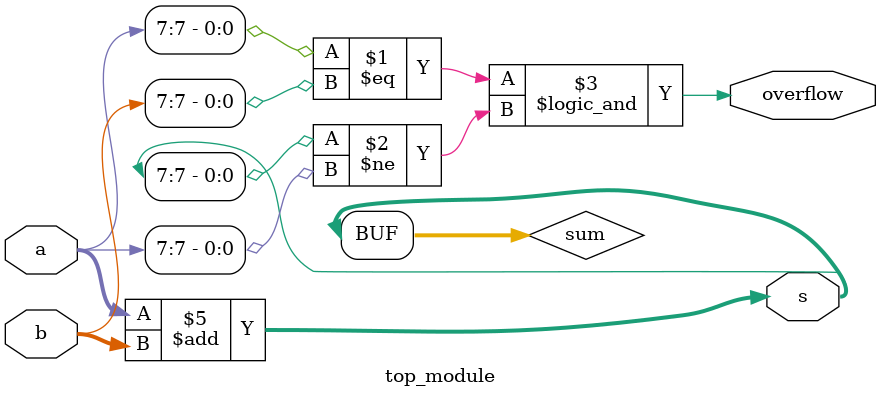
<source format=sv>
module top_module (
	input [7:0] a,
	input [7:0] b,
	output [7:0] s,
	output overflow
);

	reg [7:0] sum;

	assign s = sum[7:0];
	assign overflow = (a[7] == b[7]) && (s[7] != a[7]);

	always @(a or b)
		begin
			sum = a + b;
		end

endmodule

</source>
